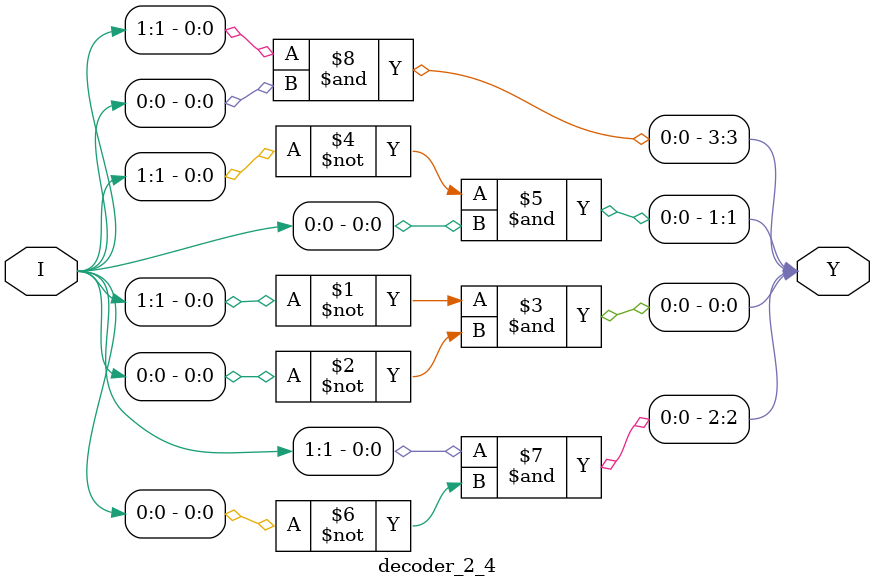
<source format=v>
/********************************************************************************************
Filename    :	   decoder_2_4.v   

Description :      RTL for 2:4 decoder using data flow abstraction

Author Name :      Yash Pamnani

*********************************************************************************************/

module decoder_2_4 (I, Y);
	input [1:0] I;
	output [3:0] Y;
	
	assign Y[0] = ~I[1] & ~I[0];
	assign Y[1] = ~I[1] & I[0];
	assign Y[2] = I[1] & ~I[0];
	assign Y[3] = I[1] & I[0];
	
endmodule

</source>
